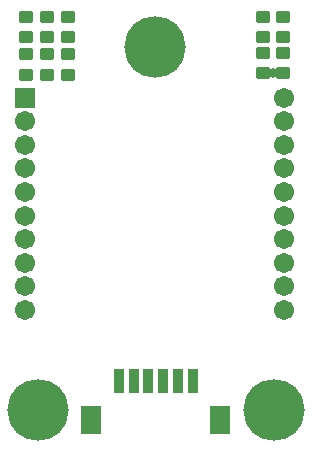
<source format=gts>
%FSLAX24Y24*%
%MOIN*%
%SFA1B1*%

%IPPOS*%
%AMD24*
4,1,8,0.021700,-0.015000,0.021700,0.015000,0.016000,0.020700,-0.016000,0.020700,-0.021700,0.015000,-0.021700,-0.015000,-0.016000,-0.020700,0.016000,-0.020700,0.021700,-0.015000,0.0*
1,1,0.011400,0.016000,-0.015000*
1,1,0.011400,0.016000,0.015000*
1,1,0.011400,-0.016000,0.015000*
1,1,0.011400,-0.016000,-0.015000*
%
G04~CAMADD=24~8~0.0~0.0~415.0~434.0~57.0~0.0~15~0.0~0.0~0.0~0.0~0~0.0~0.0~0.0~0.0~0~0.0~0.0~0.0~270.0~434.0~414.0*
%ADD24D24*%
%ADD25R,0.035600X0.078900*%
%ADD26R,0.071000X0.094600*%
%ADD27C,0.204900*%
%ADD28C,0.067100*%
%ADD29R,0.067100X0.067100*%
%ADD30C,0.033000*%
%LNpcb1-1*%
%LPD*%
G54D24*
X9266Y14550D03*
Y13880D03*
X711Y14550D03*
Y13880D03*
X1406Y14550D03*
Y13880D03*
X2100Y14550D03*
Y13880D03*
X8600Y14535D03*
Y13865D03*
Y13350D03*
Y12680D03*
X9266Y13350D03*
Y12680D03*
X2089Y13285D03*
Y12615D03*
X1394Y13285D03*
Y12615D03*
X700Y13285D03*
Y12615D03*
G54D25*
X3787Y2395D03*
X4280D03*
X4772D03*
X5264D03*
X5756D03*
X6248D03*
G54D26*
X7161Y1100D03*
X2850D03*
G54D27*
X5000Y13550D03*
X8950Y1450D03*
X1100D03*
G54D28*
X9311Y11850D03*
Y11063D03*
Y10275D03*
Y9488D03*
Y8700D03*
Y7913D03*
Y7126D03*
Y6338D03*
Y5551D03*
Y4763D03*
X650D03*
Y5551D03*
Y6338D03*
Y7126D03*
Y7913D03*
Y8700D03*
Y9488D03*
Y10275D03*
Y11063D03*
G54D29*
X650Y11850D03*
G54D30*
X8933Y12680D03*
M02*
</source>
